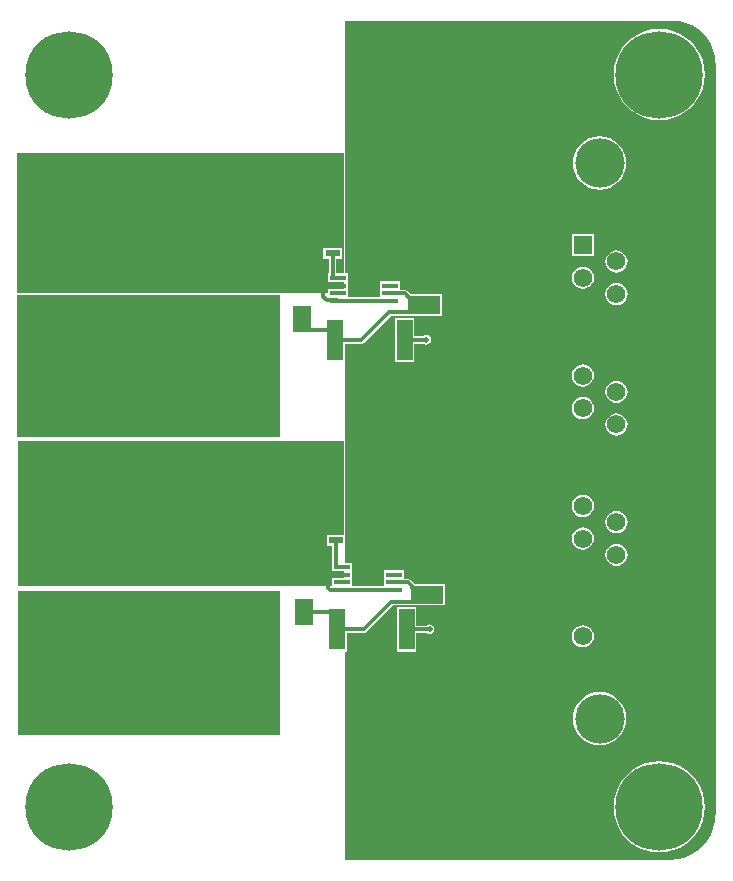
<source format=gtl>
G04*
G04 #@! TF.GenerationSoftware,Altium Limited,Altium Designer,20.0.11 (256)*
G04*
G04 Layer_Physical_Order=1*
G04 Layer_Color=255*
%FSLAX25Y25*%
%MOIN*%
G70*
G01*
G75*
%ADD18R,0.05500X0.01700*%
%ADD19R,0.05200X0.13600*%
%ADD20R,0.05000X0.02402*%
%ADD21R,0.06100X0.08600*%
%ADD22R,0.55118X0.27559*%
%ADD23R,0.11024X0.05906*%
%ADD33R,0.12323X0.15394*%
%ADD34C,0.01200*%
%ADD35R,0.06150X0.06150*%
%ADD36C,0.06150*%
%ADD37C,0.16500*%
%ADD38C,0.29134*%
%ADD39C,0.01987*%
G36*
X91602Y177789D02*
X89212D01*
Y182699D01*
X91088D01*
Y186301D01*
X84888D01*
Y182699D01*
X86765D01*
Y177789D01*
X86450D01*
Y174889D01*
X91739D01*
Y172670D01*
X86450D01*
Y171441D01*
X-17079D01*
Y218000D01*
X91602D01*
X91602Y177789D01*
D02*
G37*
G36*
X70500Y123339D02*
X-17079D01*
Y170689D01*
X70500D01*
X70500Y123339D01*
D02*
G37*
G36*
X91602Y90678D02*
X85982D01*
Y87077D01*
X87859D01*
Y81448D01*
X87744D01*
Y78548D01*
X91781D01*
Y76329D01*
X87744D01*
Y73806D01*
X87390Y73453D01*
X-17047Y73673D01*
Y122102D01*
X91602D01*
Y90678D01*
D02*
G37*
G36*
X70500Y24024D02*
X-17047D01*
Y71953D01*
X70500D01*
X70500Y24024D01*
D02*
G37*
G36*
X201276Y262073D02*
Y262073D01*
X201764Y262045D01*
X203521Y261907D01*
X205710Y261381D01*
X207791Y260519D01*
X209711Y259342D01*
X211423Y257880D01*
X212886Y256168D01*
X214062Y254247D01*
X214924Y252167D01*
X215450Y249977D01*
X215588Y248223D01*
X215617Y247732D01*
X215617Y247732D01*
X215617Y247238D01*
X215617Y-1839D01*
X215617Y-2338D01*
X215617Y-2339D01*
X215591Y-2828D01*
X215440Y-4746D01*
X214877Y-7093D01*
X213953Y-9324D01*
X212691Y-11382D01*
X211123Y-13218D01*
X209288Y-14786D01*
X207229Y-16047D01*
X204998Y-16971D01*
X202651Y-17535D01*
X200291Y-17720D01*
X200244Y-17711D01*
X92252Y-17711D01*
X92252Y51722D01*
X92643D01*
Y57898D01*
X98300D01*
X98769Y57992D01*
X99165Y58257D01*
X108092Y67184D01*
X117002D01*
X117120Y67207D01*
X125466D01*
Y74313D01*
X115330D01*
X115308Y74346D01*
X113909Y75745D01*
X113512Y76010D01*
X113044Y76103D01*
X111844D01*
Y78889D01*
X105144D01*
Y75989D01*
Y73544D01*
X94444D01*
Y78548D01*
Y81448D01*
X92252D01*
Y154332D01*
X97454D01*
X97922Y154425D01*
X98319Y154690D01*
X107344Y163715D01*
X116076D01*
X116195Y163739D01*
X124541D01*
Y170844D01*
X114048D01*
X112806Y172086D01*
X112409Y172351D01*
X111941Y172444D01*
X110550D01*
Y175230D01*
X103850D01*
Y172329D01*
Y169885D01*
X93150D01*
Y174889D01*
Y177789D01*
X92252D01*
X92252Y262073D01*
X200778Y262073D01*
X201276Y262073D01*
D02*
G37*
%LPC*%
G36*
X196850Y259308D02*
X194470Y259121D01*
X192149Y258564D01*
X189944Y257650D01*
X187908Y256403D01*
X186093Y254852D01*
X184542Y253037D01*
X183295Y251001D01*
X182381Y248796D01*
X181824Y246475D01*
X181637Y244094D01*
X181824Y241715D01*
X182381Y239393D01*
X183295Y237188D01*
X184542Y235152D01*
X186093Y233337D01*
X187908Y231786D01*
X189944Y230539D01*
X192149Y229625D01*
X194470Y229068D01*
X196850Y228881D01*
X199230Y229068D01*
X201552Y229625D01*
X203757Y230539D01*
X205793Y231786D01*
X207608Y233337D01*
X209159Y235152D01*
X210406Y237188D01*
X211320Y239393D01*
X211877Y241715D01*
X212064Y244094D01*
X211877Y246475D01*
X211320Y248796D01*
X210406Y251001D01*
X209159Y253037D01*
X207608Y254852D01*
X205793Y256403D01*
X203757Y257650D01*
X201552Y258564D01*
X199230Y259121D01*
X196850Y259308D01*
D02*
G37*
G36*
X176976Y223540D02*
X175241Y223369D01*
X173573Y222863D01*
X172036Y222041D01*
X170688Y220935D01*
X169582Y219588D01*
X168761Y218050D01*
X168254Y216382D01*
X168084Y214647D01*
X168254Y212912D01*
X168761Y211244D01*
X169582Y209707D01*
X170688Y208359D01*
X172036Y207253D01*
X173573Y206431D01*
X175241Y205925D01*
X176976Y205754D01*
X178711Y205925D01*
X180379Y206431D01*
X181917Y207253D01*
X183265Y208359D01*
X184371Y209707D01*
X185192Y211244D01*
X185698Y212912D01*
X185869Y214647D01*
X185698Y216382D01*
X185192Y218050D01*
X184371Y219588D01*
X183265Y220935D01*
X181917Y222041D01*
X180379Y222863D01*
X178711Y223369D01*
X176976Y223540D01*
D02*
G37*
G36*
X175051Y190919D02*
X167701D01*
Y183569D01*
X175051D01*
Y190919D01*
D02*
G37*
G36*
X182576Y185518D02*
X181617Y185391D01*
X180723Y185021D01*
X179955Y184432D01*
X179366Y183664D01*
X178996Y182770D01*
X178870Y181811D01*
X178996Y180852D01*
X179366Y179958D01*
X179955Y179190D01*
X180723Y178601D01*
X181617Y178231D01*
X182576Y178104D01*
X183536Y178231D01*
X184430Y178601D01*
X185197Y179190D01*
X185786Y179958D01*
X186157Y180852D01*
X186283Y181811D01*
X186157Y182770D01*
X185786Y183664D01*
X185197Y184432D01*
X184430Y185021D01*
X183536Y185391D01*
X182576Y185518D01*
D02*
G37*
G36*
X171376Y180085D02*
X170417Y179958D01*
X169523Y179588D01*
X168755Y178999D01*
X168166Y178231D01*
X167796Y177337D01*
X167670Y176378D01*
X167796Y175419D01*
X168166Y174525D01*
X168755Y173757D01*
X169523Y173168D01*
X170417Y172798D01*
X171376Y172671D01*
X172336Y172798D01*
X173230Y173168D01*
X173997Y173757D01*
X174586Y174525D01*
X174957Y175419D01*
X175083Y176378D01*
X174957Y177337D01*
X174586Y178231D01*
X173997Y178999D01*
X173230Y179588D01*
X172336Y179958D01*
X171376Y180085D01*
D02*
G37*
G36*
X182576Y174652D02*
X181617Y174525D01*
X180723Y174155D01*
X179955Y173566D01*
X179366Y172798D01*
X178996Y171904D01*
X178870Y170945D01*
X178996Y169985D01*
X179366Y169091D01*
X179955Y168324D01*
X180723Y167735D01*
X181617Y167365D01*
X182576Y167238D01*
X183536Y167365D01*
X184430Y167735D01*
X185197Y168324D01*
X185786Y169091D01*
X186157Y169985D01*
X186283Y170945D01*
X186157Y171904D01*
X185786Y172798D01*
X185197Y173566D01*
X184430Y174155D01*
X183536Y174525D01*
X182576Y174652D01*
D02*
G37*
G36*
X115174Y162955D02*
X108774D01*
Y148155D01*
X115174D01*
Y154414D01*
X118151D01*
X118567Y154137D01*
X119189Y154013D01*
X119811Y154137D01*
X120338Y154489D01*
X120690Y155016D01*
X120814Y155638D01*
X120690Y156260D01*
X120338Y156787D01*
X119811Y157139D01*
X119189Y157263D01*
X118567Y157139D01*
X118151Y156861D01*
X115174D01*
Y162955D01*
D02*
G37*
G36*
X171376Y147486D02*
X170417Y147360D01*
X169523Y146990D01*
X168755Y146401D01*
X168166Y145633D01*
X167796Y144739D01*
X167670Y143780D01*
X167796Y142820D01*
X168166Y141926D01*
X168755Y141158D01*
X169523Y140569D01*
X170417Y140199D01*
X171376Y140073D01*
X172336Y140199D01*
X173230Y140569D01*
X173997Y141158D01*
X174586Y141926D01*
X174957Y142820D01*
X175083Y143780D01*
X174957Y144739D01*
X174586Y145633D01*
X173997Y146401D01*
X173230Y146990D01*
X172336Y147360D01*
X171376Y147486D01*
D02*
G37*
G36*
X182576Y142053D02*
X181617Y141927D01*
X180723Y141557D01*
X179955Y140968D01*
X179366Y140200D01*
X178996Y139306D01*
X178870Y138347D01*
X178996Y137387D01*
X179366Y136493D01*
X179955Y135725D01*
X180723Y135136D01*
X181617Y134766D01*
X182576Y134640D01*
X183536Y134766D01*
X184430Y135136D01*
X185197Y135725D01*
X185786Y136493D01*
X186157Y137387D01*
X186283Y138347D01*
X186157Y139306D01*
X185786Y140200D01*
X185197Y140968D01*
X184430Y141557D01*
X183536Y141927D01*
X182576Y142053D01*
D02*
G37*
G36*
X171376Y136620D02*
X170417Y136494D01*
X169523Y136124D01*
X168755Y135534D01*
X168166Y134767D01*
X167796Y133873D01*
X167670Y132913D01*
X167796Y131954D01*
X168166Y131060D01*
X168755Y130292D01*
X169523Y129703D01*
X170417Y129333D01*
X171376Y129207D01*
X172336Y129333D01*
X173230Y129703D01*
X173997Y130292D01*
X174586Y131060D01*
X174957Y131954D01*
X175083Y132913D01*
X174957Y133873D01*
X174586Y134767D01*
X173997Y135534D01*
X173230Y136124D01*
X172336Y136494D01*
X171376Y136620D01*
D02*
G37*
G36*
X182576Y131187D02*
X181617Y131061D01*
X180723Y130690D01*
X179955Y130101D01*
X179366Y129334D01*
X178996Y128440D01*
X178870Y127480D01*
X178996Y126521D01*
X179366Y125627D01*
X179955Y124859D01*
X180723Y124270D01*
X181617Y123900D01*
X182576Y123774D01*
X183536Y123900D01*
X184430Y124270D01*
X185197Y124859D01*
X185786Y125627D01*
X186157Y126521D01*
X186283Y127480D01*
X186157Y128440D01*
X185786Y129334D01*
X185197Y130101D01*
X184430Y130690D01*
X183536Y131061D01*
X182576Y131187D01*
D02*
G37*
G36*
X171376Y104022D02*
X170417Y103895D01*
X169523Y103525D01*
X168755Y102936D01*
X168166Y102168D01*
X167796Y101274D01*
X167670Y100315D01*
X167796Y99356D01*
X168166Y98462D01*
X168755Y97694D01*
X169523Y97105D01*
X170417Y96735D01*
X171376Y96608D01*
X172336Y96735D01*
X173230Y97105D01*
X173997Y97694D01*
X174586Y98462D01*
X174957Y99356D01*
X175083Y100315D01*
X174957Y101274D01*
X174586Y102168D01*
X173997Y102936D01*
X173230Y103525D01*
X172336Y103895D01*
X171376Y104022D01*
D02*
G37*
G36*
X182576Y98589D02*
X181617Y98462D01*
X180723Y98092D01*
X179955Y97503D01*
X179366Y96735D01*
X178996Y95841D01*
X178870Y94882D01*
X178996Y93923D01*
X179366Y93028D01*
X179955Y92261D01*
X180723Y91672D01*
X181617Y91302D01*
X182576Y91175D01*
X183536Y91302D01*
X184430Y91672D01*
X185197Y92261D01*
X185786Y93028D01*
X186157Y93923D01*
X186283Y94882D01*
X186157Y95841D01*
X185786Y96735D01*
X185197Y97503D01*
X184430Y98092D01*
X183536Y98462D01*
X182576Y98589D01*
D02*
G37*
G36*
X171376Y93155D02*
X170417Y93029D01*
X169523Y92659D01*
X168755Y92070D01*
X168166Y91302D01*
X167796Y90408D01*
X167670Y89449D01*
X167796Y88489D01*
X168166Y87595D01*
X168755Y86828D01*
X169523Y86239D01*
X170417Y85868D01*
X171376Y85742D01*
X172336Y85868D01*
X173230Y86239D01*
X173997Y86828D01*
X174586Y87595D01*
X174957Y88489D01*
X175083Y89449D01*
X174957Y90408D01*
X174586Y91302D01*
X173997Y92070D01*
X173230Y92659D01*
X172336Y93029D01*
X171376Y93155D01*
D02*
G37*
G36*
X182576Y87722D02*
X181617Y87596D01*
X180723Y87226D01*
X179955Y86637D01*
X179366Y85869D01*
X178996Y84975D01*
X178870Y84016D01*
X178996Y83056D01*
X179366Y82162D01*
X179955Y81395D01*
X180723Y80806D01*
X181617Y80435D01*
X182576Y80309D01*
X183536Y80435D01*
X184430Y80806D01*
X185197Y81395D01*
X185786Y82162D01*
X186157Y83056D01*
X186283Y84016D01*
X186157Y84975D01*
X185786Y85869D01*
X185197Y86637D01*
X184430Y87226D01*
X183536Y87596D01*
X182576Y87722D01*
D02*
G37*
G36*
X115843Y66522D02*
X109443D01*
Y51722D01*
X115843D01*
Y57946D01*
X119246D01*
X119662Y57668D01*
X120283Y57544D01*
X120905Y57668D01*
X121432Y58020D01*
X121785Y58548D01*
X121908Y59169D01*
X121785Y59791D01*
X121432Y60318D01*
X120905Y60671D01*
X120283Y60794D01*
X119662Y60671D01*
X119246Y60393D01*
X115843D01*
Y66522D01*
D02*
G37*
G36*
X171376Y60557D02*
X170417Y60431D01*
X169523Y60061D01*
X168755Y59471D01*
X168166Y58704D01*
X167796Y57810D01*
X167670Y56850D01*
X167796Y55891D01*
X168166Y54997D01*
X168755Y54229D01*
X169523Y53640D01*
X170417Y53270D01*
X171376Y53144D01*
X172336Y53270D01*
X173230Y53640D01*
X173997Y54229D01*
X174586Y54997D01*
X174957Y55891D01*
X175083Y56850D01*
X174957Y57810D01*
X174586Y58704D01*
X173997Y59471D01*
X173230Y60061D01*
X172336Y60431D01*
X171376Y60557D01*
D02*
G37*
G36*
X176976Y38340D02*
X175241Y38169D01*
X173573Y37663D01*
X172036Y36841D01*
X170688Y35735D01*
X169582Y34388D01*
X168761Y32850D01*
X168254Y31182D01*
X168084Y29447D01*
X168254Y27712D01*
X168761Y26044D01*
X169582Y24507D01*
X170688Y23159D01*
X172036Y22053D01*
X173573Y21231D01*
X175241Y20725D01*
X176976Y20554D01*
X178711Y20725D01*
X180379Y21231D01*
X181917Y22053D01*
X183265Y23159D01*
X184371Y24507D01*
X185192Y26044D01*
X185698Y27712D01*
X185869Y29447D01*
X185698Y31182D01*
X185192Y32850D01*
X184371Y34388D01*
X183265Y35735D01*
X181917Y36841D01*
X180379Y37663D01*
X178711Y38169D01*
X176976Y38340D01*
D02*
G37*
G36*
X196850Y15214D02*
X194470Y15026D01*
X192149Y14469D01*
X189944Y13556D01*
X187908Y12308D01*
X186093Y10758D01*
X184542Y8942D01*
X183295Y6907D01*
X182381Y4701D01*
X181824Y2380D01*
X181637Y0D01*
X181824Y-2380D01*
X182381Y-4701D01*
X183295Y-6907D01*
X184542Y-8942D01*
X186093Y-10758D01*
X187908Y-12308D01*
X189944Y-13556D01*
X192149Y-14469D01*
X194470Y-15026D01*
X196850Y-15214D01*
X199230Y-15026D01*
X201552Y-14469D01*
X203757Y-13556D01*
X205793Y-12308D01*
X207608Y-10758D01*
X209159Y-8942D01*
X210406Y-6907D01*
X211320Y-4701D01*
X211877Y-2380D01*
X212064Y0D01*
X211877Y2380D01*
X211320Y4701D01*
X210406Y6907D01*
X209159Y8942D01*
X207608Y10758D01*
X205793Y12308D01*
X203757Y13556D01*
X201552Y14469D01*
X199230Y15026D01*
X196850Y15214D01*
D02*
G37*
%LPD*%
D18*
X108494Y79998D02*
D03*
Y77439D02*
D03*
Y74879D02*
D03*
Y72320D02*
D03*
X91094D02*
D03*
Y74879D02*
D03*
Y77439D02*
D03*
Y79998D02*
D03*
X107200Y176339D02*
D03*
Y173779D02*
D03*
Y171221D02*
D03*
Y168661D02*
D03*
X89800D02*
D03*
Y171221D02*
D03*
Y173779D02*
D03*
Y176339D02*
D03*
D19*
X112643Y59122D02*
D03*
X89443D02*
D03*
X111974Y155555D02*
D03*
X88774D02*
D03*
D20*
X89082Y103878D02*
D03*
Y98878D02*
D03*
Y93878D02*
D03*
Y88878D02*
D03*
X110106Y103878D02*
D03*
Y98878D02*
D03*
Y93878D02*
D03*
Y88878D02*
D03*
X87988Y199500D02*
D03*
Y194500D02*
D03*
Y189500D02*
D03*
Y184500D02*
D03*
X109012Y199500D02*
D03*
Y194500D02*
D03*
Y189500D02*
D03*
Y184500D02*
D03*
D21*
X78480Y78259D02*
D03*
Y64859D02*
D03*
X77795Y176003D02*
D03*
Y162603D02*
D03*
D22*
X14500Y54600D02*
D03*
Y92500D02*
D03*
Y152000D02*
D03*
Y189500D02*
D03*
D23*
X119354Y70760D02*
D03*
Y82965D02*
D03*
X118429Y167291D02*
D03*
Y179496D02*
D03*
D33*
X99594Y96378D02*
D03*
X98500Y192000D02*
D03*
D34*
X89443Y59122D02*
X98300D01*
X107585Y68407D01*
X117002D01*
X119354Y70760D01*
X88774Y155555D02*
X97454D01*
X106837Y164939D01*
X116076D01*
X118429Y167291D01*
X112643Y59122D02*
X112691Y59169D01*
X120283D01*
X108494Y74879D02*
X113044D01*
X114443Y73481D01*
Y73113D02*
Y73481D01*
Y73113D02*
X116795Y70760D01*
X119354D01*
X78480Y64859D02*
X87443D01*
X89443Y62859D01*
Y59122D02*
Y62859D01*
X111974Y155555D02*
X112057Y155638D01*
X119189D01*
X107200Y171221D02*
X111941D01*
X115870Y167291D01*
X118429D01*
X77795Y161353D02*
Y162603D01*
Y161353D02*
X80245Y158903D01*
X86774D01*
X88774Y156903D01*
Y155555D02*
Y156903D01*
X91094Y72320D02*
X108494D01*
X86450Y73023D02*
Y74392D01*
X87153Y72320D02*
X91094D01*
X86450Y73023D02*
X87153Y72320D01*
X86377Y75459D02*
X88106Y77189D01*
X86377Y74465D02*
Y75459D01*
Y74465D02*
X86450Y74392D01*
X90844Y77189D02*
X91094Y77439D01*
X88106Y77189D02*
X90844D01*
X89082Y80248D02*
Y88878D01*
Y80248D02*
X89332Y79998D01*
X91094D01*
X89800Y168661D02*
X107200D01*
X89550Y168911D02*
X89800Y168661D01*
X85962Y168911D02*
X89550D01*
X84888Y169985D02*
X85962Y168911D01*
X89550Y173530D02*
X89800Y173779D01*
X86812Y173530D02*
X89550D01*
X84888Y171606D02*
X86812Y173530D01*
X84888Y169985D02*
Y171606D01*
X87988Y176589D02*
Y184500D01*
Y176589D02*
X88238Y176339D01*
X89800D01*
D35*
X171376Y187244D02*
D03*
D36*
Y176378D02*
D03*
Y165512D02*
D03*
Y154646D02*
D03*
Y143780D02*
D03*
Y132913D02*
D03*
Y122047D02*
D03*
Y111181D02*
D03*
Y100315D02*
D03*
Y89449D02*
D03*
Y78583D02*
D03*
Y67716D02*
D03*
Y56850D02*
D03*
X182576Y181811D02*
D03*
Y170945D02*
D03*
Y160079D02*
D03*
Y149213D02*
D03*
Y138347D02*
D03*
Y127480D02*
D03*
Y116614D02*
D03*
Y105748D02*
D03*
Y94882D02*
D03*
Y84016D02*
D03*
Y73150D02*
D03*
Y62283D02*
D03*
D37*
X176976Y29447D02*
D03*
Y214647D02*
D03*
D38*
X0Y244094D02*
D03*
X196850D02*
D03*
Y0D02*
D03*
X0D02*
D03*
D39*
X120283Y59169D02*
D03*
X119189Y155638D02*
D03*
X64700Y166819D02*
D03*
X67652Y160914D02*
D03*
X64700Y155008D02*
D03*
X67652Y149102D02*
D03*
X64700Y143197D02*
D03*
X67652Y137291D02*
D03*
X64700Y131386D02*
D03*
X67652Y125480D02*
D03*
Y66425D02*
D03*
X64700Y60520D02*
D03*
X67652Y54614D02*
D03*
X64700Y48709D02*
D03*
X67652Y42803D02*
D03*
X64700Y36898D02*
D03*
X67652Y30992D02*
D03*
X64700Y25087D02*
D03*
X58794Y166819D02*
D03*
X61747Y160914D02*
D03*
X58794Y155008D02*
D03*
X61747Y149102D02*
D03*
X58794Y143197D02*
D03*
X61747Y137291D02*
D03*
X58794Y131386D02*
D03*
X61747Y125480D02*
D03*
Y66425D02*
D03*
X58794Y60520D02*
D03*
X61747Y54614D02*
D03*
X58794Y48709D02*
D03*
X61747Y42803D02*
D03*
X58794Y36898D02*
D03*
X61747Y30992D02*
D03*
X58794Y25087D02*
D03*
X52889Y166819D02*
D03*
X55841Y160914D02*
D03*
X52889Y155008D02*
D03*
X55841Y149102D02*
D03*
X52889Y143197D02*
D03*
X55841Y137291D02*
D03*
X52889Y131386D02*
D03*
X55841Y125480D02*
D03*
Y66425D02*
D03*
X52889Y60520D02*
D03*
X55841Y54614D02*
D03*
X52889Y48709D02*
D03*
X55841Y42803D02*
D03*
X52889Y36898D02*
D03*
X55841Y30992D02*
D03*
X52889Y25087D02*
D03*
X46983Y166819D02*
D03*
X49936Y160914D02*
D03*
X46983Y155008D02*
D03*
X49936Y149102D02*
D03*
X46983Y143197D02*
D03*
X49936Y137291D02*
D03*
X46983Y131386D02*
D03*
X49936Y125480D02*
D03*
Y66425D02*
D03*
X46983Y60520D02*
D03*
X49936Y54614D02*
D03*
X46983Y48709D02*
D03*
X49936Y42803D02*
D03*
X46983Y36898D02*
D03*
X49936Y30992D02*
D03*
X46983Y25087D02*
D03*
X44030Y160914D02*
D03*
Y149102D02*
D03*
Y137291D02*
D03*
X41078Y131386D02*
D03*
X44030Y125480D02*
D03*
Y66425D02*
D03*
Y54614D02*
D03*
Y42803D02*
D03*
X41078Y36898D02*
D03*
X44030Y30992D02*
D03*
X41078Y25087D02*
D03*
X35172Y131386D02*
D03*
X38125Y125480D02*
D03*
X35172Y36898D02*
D03*
X38125Y30992D02*
D03*
X35172Y25087D02*
D03*
X29267Y131386D02*
D03*
X32219Y125480D02*
D03*
X29267Y36898D02*
D03*
X32219Y30992D02*
D03*
X29267Y25087D02*
D03*
X23361Y131386D02*
D03*
X26314Y125480D02*
D03*
X23361Y36898D02*
D03*
X26314Y30992D02*
D03*
X23361Y25087D02*
D03*
X17456Y131386D02*
D03*
X20408Y125480D02*
D03*
X17456Y36898D02*
D03*
X20408Y30992D02*
D03*
X17456Y25087D02*
D03*
X11550Y131386D02*
D03*
X14503Y125480D02*
D03*
X11550Y36898D02*
D03*
X14503Y30992D02*
D03*
X11550Y25087D02*
D03*
X5645Y131386D02*
D03*
X8597Y125480D02*
D03*
X5645Y36898D02*
D03*
X8597Y30992D02*
D03*
X5645Y25087D02*
D03*
X-261Y131386D02*
D03*
X2692Y125480D02*
D03*
X-261Y36898D02*
D03*
X2692Y30992D02*
D03*
X-261Y25087D02*
D03*
X-6166Y131386D02*
D03*
X-3214Y125480D02*
D03*
X-6166Y36898D02*
D03*
X-3214Y30992D02*
D03*
X-6166Y25087D02*
D03*
X-12072Y131386D02*
D03*
X-9119Y125480D02*
D03*
X-12072Y36898D02*
D03*
X-9119Y30992D02*
D03*
X-12072Y25087D02*
D03*
M02*

</source>
